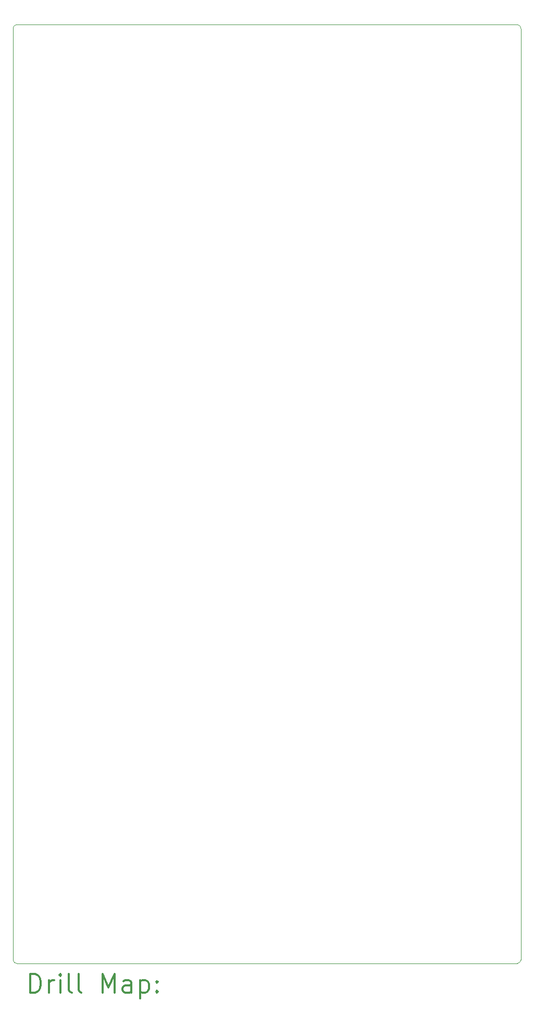
<source format=gbr>
%FSLAX45Y45*%
G04 Gerber Fmt 4.5, Leading zero omitted, Abs format (unit mm)*
G04 Created by KiCad (PCBNEW (5.1.9)-1) date 2022-04-18 13:04:57*
%MOMM*%
%LPD*%
G01*
G04 APERTURE LIST*
%TA.AperFunction,Profile*%
%ADD10C,0.100000*%
%TD*%
%ADD11C,0.200000*%
%ADD12C,0.300000*%
G04 APERTURE END LIST*
D10*
X10096500Y-1270000D02*
G75*
G02*
X10160000Y-1333500I0J-63500D01*
G01*
X1905000Y-1333500D02*
G75*
G02*
X1968500Y-1270000I63500J0D01*
G01*
X1968500Y-16510000D02*
G75*
G02*
X1905000Y-16446500I0J63500D01*
G01*
X10160000Y-16446500D02*
G75*
G02*
X10096500Y-16510000I-63500J0D01*
G01*
X10160000Y-1333500D02*
X10160000Y-16446500D01*
X1968500Y-1270000D02*
X10096500Y-1270000D01*
X1905000Y-16446500D02*
X1905000Y-1333500D01*
X10096500Y-16510000D02*
X1968500Y-16510000D01*
D11*
D12*
X2186428Y-16980714D02*
X2186428Y-16680714D01*
X2257857Y-16680714D01*
X2300714Y-16695000D01*
X2329286Y-16723571D01*
X2343571Y-16752143D01*
X2357857Y-16809286D01*
X2357857Y-16852143D01*
X2343571Y-16909286D01*
X2329286Y-16937857D01*
X2300714Y-16966429D01*
X2257857Y-16980714D01*
X2186428Y-16980714D01*
X2486428Y-16980714D02*
X2486428Y-16780714D01*
X2486428Y-16837857D02*
X2500714Y-16809286D01*
X2515000Y-16795000D01*
X2543571Y-16780714D01*
X2572143Y-16780714D01*
X2672143Y-16980714D02*
X2672143Y-16780714D01*
X2672143Y-16680714D02*
X2657857Y-16695000D01*
X2672143Y-16709286D01*
X2686428Y-16695000D01*
X2672143Y-16680714D01*
X2672143Y-16709286D01*
X2857857Y-16980714D02*
X2829286Y-16966429D01*
X2815000Y-16937857D01*
X2815000Y-16680714D01*
X3015000Y-16980714D02*
X2986428Y-16966429D01*
X2972143Y-16937857D01*
X2972143Y-16680714D01*
X3357857Y-16980714D02*
X3357857Y-16680714D01*
X3457857Y-16895000D01*
X3557857Y-16680714D01*
X3557857Y-16980714D01*
X3829286Y-16980714D02*
X3829286Y-16823572D01*
X3815000Y-16795000D01*
X3786428Y-16780714D01*
X3729286Y-16780714D01*
X3700714Y-16795000D01*
X3829286Y-16966429D02*
X3800714Y-16980714D01*
X3729286Y-16980714D01*
X3700714Y-16966429D01*
X3686428Y-16937857D01*
X3686428Y-16909286D01*
X3700714Y-16880714D01*
X3729286Y-16866429D01*
X3800714Y-16866429D01*
X3829286Y-16852143D01*
X3972143Y-16780714D02*
X3972143Y-17080714D01*
X3972143Y-16795000D02*
X4000714Y-16780714D01*
X4057857Y-16780714D01*
X4086428Y-16795000D01*
X4100714Y-16809286D01*
X4115000Y-16837857D01*
X4115000Y-16923572D01*
X4100714Y-16952143D01*
X4086428Y-16966429D01*
X4057857Y-16980714D01*
X4000714Y-16980714D01*
X3972143Y-16966429D01*
X4243571Y-16952143D02*
X4257857Y-16966429D01*
X4243571Y-16980714D01*
X4229286Y-16966429D01*
X4243571Y-16952143D01*
X4243571Y-16980714D01*
X4243571Y-16795000D02*
X4257857Y-16809286D01*
X4243571Y-16823572D01*
X4229286Y-16809286D01*
X4243571Y-16795000D01*
X4243571Y-16823572D01*
M02*

</source>
